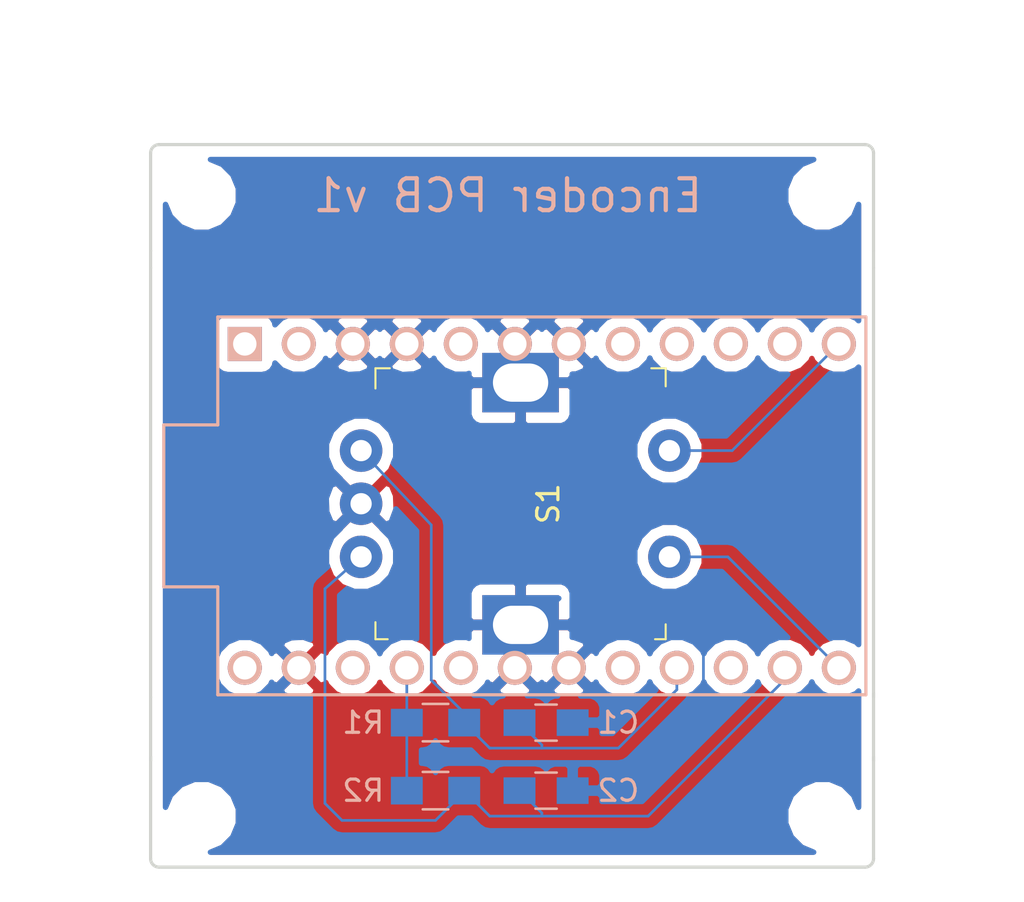
<source format=kicad_pcb>
(kicad_pcb (version 4) (host pcbnew 4.0.7)

  (general
    (links 21)
    (no_connects 0)
    (area 31.915857 22.3 83.75 64.402)
    (thickness 1.6)
    (drawings 19)
    (tracks 45)
    (zones 0)
    (modules 10)
    (nets 19)
  )

  (page A4)
  (layers
    (0 F.Cu signal)
    (31 B.Cu signal)
    (32 B.Adhes user)
    (33 F.Adhes user)
    (34 B.Paste user)
    (35 F.Paste user)
    (36 B.SilkS user)
    (37 F.SilkS user)
    (38 B.Mask user)
    (39 F.Mask user)
    (40 Dwgs.User user)
    (41 Cmts.User user)
    (42 Eco1.User user)
    (43 Eco2.User user)
    (44 Edge.Cuts user)
    (45 Margin user)
    (46 B.CrtYd user)
    (47 F.CrtYd user)
    (48 B.Fab user)
    (49 F.Fab user)
  )

  (setup
    (last_trace_width 0.127)
    (trace_clearance 0.127)
    (zone_clearance 0.5)
    (zone_45_only no)
    (trace_min 0.127)
    (segment_width 0.2)
    (edge_width 0.15)
    (via_size 0.45)
    (via_drill 0.2)
    (via_min_size 0.45)
    (via_min_drill 0.2)
    (uvia_size 0.3)
    (uvia_drill 0.1)
    (uvias_allowed no)
    (uvia_min_size 0.2)
    (uvia_min_drill 0.1)
    (pcb_text_width 0.3)
    (pcb_text_size 1.5 1.5)
    (mod_edge_width 0.15)
    (mod_text_size 1 1)
    (mod_text_width 0.15)
    (pad_size 1.524 1.524)
    (pad_drill 0.762)
    (pad_to_mask_clearance 0.2)
    (aux_axis_origin 0 0)
    (grid_origin 39 28.6)
    (visible_elements FFFFFF7F)
    (pcbplotparams
      (layerselection 0x010fc_80000001)
      (usegerberextensions true)
      (excludeedgelayer true)
      (linewidth 0.100000)
      (plotframeref false)
      (viasonmask false)
      (mode 1)
      (useauxorigin false)
      (hpglpennumber 1)
      (hpglpenspeed 20)
      (hpglpendiameter 15)
      (hpglpenoverlay 2)
      (psnegative false)
      (psa4output false)
      (plotreference true)
      (plotvalue true)
      (plotinvisibletext false)
      (padsonsilk false)
      (subtractmaskfromsilk false)
      (outputformat 1)
      (mirror false)
      (drillshape 0)
      (scaleselection 1)
      (outputdirectory output/))
  )

  (net 0 "")
  (net 1 GND)
  (net 2 /B5)
  (net 3 /B6)
  (net 4 /A)
  (net 5 /B)
  (net 6 "Net-(U1-Pad1)")
  (net 7 "Net-(U1-Pad2)")
  (net 8 "Net-(U1-Pad5)")
  (net 9 "Net-(U1-Pad8)")
  (net 10 "Net-(U1-Pad9)")
  (net 11 "Net-(U1-Pad10)")
  (net 12 "Net-(U1-Pad11)")
  (net 13 "Net-(U1-Pad15)")
  (net 14 "Net-(U1-Pad17)")
  (net 15 "Net-(U1-Pad20)")
  (net 16 VCC)
  (net 17 "Net-(U1-Pad22)")
  (net 18 "Net-(U1-Pad24)")

  (net_class Default "This is the default net class."
    (clearance 0.127)
    (trace_width 0.127)
    (via_dia 0.45)
    (via_drill 0.2)
    (uvia_dia 0.3)
    (uvia_drill 0.1)
    (add_net /A)
    (add_net /B)
    (add_net /B5)
    (add_net /B6)
    (add_net GND)
    (add_net "Net-(U1-Pad1)")
    (add_net "Net-(U1-Pad10)")
    (add_net "Net-(U1-Pad11)")
    (add_net "Net-(U1-Pad15)")
    (add_net "Net-(U1-Pad17)")
    (add_net "Net-(U1-Pad2)")
    (add_net "Net-(U1-Pad20)")
    (add_net "Net-(U1-Pad22)")
    (add_net "Net-(U1-Pad24)")
    (add_net "Net-(U1-Pad5)")
    (add_net "Net-(U1-Pad8)")
    (add_net "Net-(U1-Pad9)")
    (add_net VCC)
  )

  (module digikey-footprints:Rotary_Encoder_Switched_PEC11R (layer F.Cu) (tedit 5B26C0BC) (tstamp 5B26C12D)
    (at 56.4 39.8 270)
    (path /5B26C05C)
    (fp_text reference S1 (at 5.7 -1.3 270) (layer F.SilkS)
      (effects (font (size 1 1) (thickness 0.15)))
    )
    (fp_text value PEC11R-4215F-S0024 (at 5.9 -3.3 270) (layer F.Fab)
      (effects (font (size 1 1) (thickness 0.15)))
    )
    (fp_text user %R (at 5.65 0.125 270) (layer F.Fab)
      (effects (font (size 1 1) (thickness 0.15)))
    )
    (fp_line (start -1.65 8.75) (end -1.65 -8.25) (layer F.CrtYd) (width 0.05))
    (fp_line (start 13.05 8.75) (end -1.65 8.75) (layer F.CrtYd) (width 0.05))
    (fp_line (start 13.05 -8.25) (end 13.05 8.75) (layer F.CrtYd) (width 0.05))
    (fp_line (start -1.65 -8.25) (end 13.05 -8.25) (layer F.CrtYd) (width 0.05))
    (fp_line (start 0.275 6.825) (end -0.675 6.825) (layer F.SilkS) (width 0.1))
    (fp_line (start -0.675 6.825) (end -0.675 6.15) (layer F.SilkS) (width 0.1))
    (fp_line (start 0.175 -6.825) (end -0.675 -6.825) (layer F.SilkS) (width 0.1))
    (fp_line (start -0.675 -6.825) (end -0.675 -6.15) (layer F.SilkS) (width 0.1))
    (fp_line (start 12.075 6.25) (end 12.075 6.825) (layer F.SilkS) (width 0.1))
    (fp_line (start 12.075 6.825) (end 11.275 6.825) (layer F.SilkS) (width 0.1))
    (fp_line (start 11.375 -6.825) (end 12.075 -6.825) (layer F.SilkS) (width 0.1))
    (fp_line (start 12.075 -6.825) (end 12.075 -6.325) (layer F.SilkS) (width 0.1))
    (fp_line (start -0.55 -6.7) (end 11.95 -6.7) (layer F.Fab) (width 0.1))
    (fp_line (start -0.55 6.7) (end 11.95 6.7) (layer F.Fab) (width 0.1))
    (fp_line (start -0.55 -6.7) (end -0.55 6.7) (layer F.Fab) (width 0.1))
    (fp_line (start 11.95 -6.7) (end 11.95 6.7) (layer F.Fab) (width 0.1))
    (pad 3 thru_hole rect (at 0 0 270) (size 2.8 3.6) (drill oval 1.8 2.6) (layers *.Cu *.Mask)
      (net 1 GND))
    (pad 3 thru_hole rect (at 11.4 0 270) (size 2.8 3.6) (drill oval 1.8 2.6) (layers *.Cu *.Mask)
      (net 1 GND))
    (pad 1 thru_hole circle (at 3.2 -7 270) (size 2 2) (drill 1) (layers *.Cu *.Mask)
      (net 2 /B5))
    (pad 2 thru_hole circle (at 8.2 -7 270) (size 2 2) (drill 1) (layers *.Cu *.Mask)
      (net 3 /B6))
    (pad A thru_hole circle (at 3.2 7.5 270) (size 2 2) (drill 1) (layers *.Cu *.Mask)
      (net 4 /A))
    (pad C thru_hole circle (at 5.7 7.5 270) (size 2 2) (drill 1) (layers *.Cu *.Mask)
      (net 1 GND))
    (pad B thru_hole circle (at 8.2 7.5 270) (size 2 2) (drill 1) (layers *.Cu *.Mask)
      (net 5 /B))
  )

  (module Mounting_Holes:MountingHole_2.2mm_M2 (layer F.Cu) (tedit 5B2ECDBB) (tstamp 5B26CC3C)
    (at 70.6 60.2)
    (descr "Mounting Hole 2.2mm, no annular, M2")
    (tags "mounting hole 2.2mm no annular m2")
    (attr virtual)
    (fp_text reference "" (at 0 -3.2) (layer F.SilkS)
      (effects (font (size 1 1) (thickness 0.15)))
    )
    (fp_text value MountingHole_2.2mm_M2 (at 0 3.2) (layer F.Fab)
      (effects (font (size 1 1) (thickness 0.15)))
    )
    (fp_text user %R (at 0.3 0) (layer F.Fab)
      (effects (font (size 1 1) (thickness 0.15)))
    )
    (fp_circle (center 0 0) (end 2.2 0) (layer Cmts.User) (width 0.15))
    (fp_circle (center 0 0) (end 2.45 0) (layer F.CrtYd) (width 0.05))
    (pad 1 np_thru_hole circle (at 0 0) (size 2.2 2.2) (drill 2.2) (layers *.Cu *.Mask))
  )

  (module Mounting_Holes:MountingHole_2.2mm_M2 (layer F.Cu) (tedit 5B2ECDC6) (tstamp 5B26CC34)
    (at 41.4 60.2)
    (descr "Mounting Hole 2.2mm, no annular, M2")
    (tags "mounting hole 2.2mm no annular m2")
    (attr virtual)
    (fp_text reference "" (at 0 -3.2) (layer F.SilkS)
      (effects (font (size 1 1) (thickness 0.15)))
    )
    (fp_text value MountingHole_2.2mm_M2 (at 0 3.2) (layer F.Fab)
      (effects (font (size 1 1) (thickness 0.15)))
    )
    (fp_text user %R (at 0.3 0) (layer F.Fab)
      (effects (font (size 1 1) (thickness 0.15)))
    )
    (fp_circle (center 0 0) (end 2.2 0) (layer Cmts.User) (width 0.15))
    (fp_circle (center 0 0) (end 2.45 0) (layer F.CrtYd) (width 0.05))
    (pad 1 np_thru_hole circle (at 0 0) (size 2.2 2.2) (drill 2.2) (layers *.Cu *.Mask))
  )

  (module Mounting_Holes:MountingHole_2.2mm_M2 (layer F.Cu) (tedit 5B2ECDAD) (tstamp 5B26CC2C)
    (at 70.6 31)
    (descr "Mounting Hole 2.2mm, no annular, M2")
    (tags "mounting hole 2.2mm no annular m2")
    (attr virtual)
    (fp_text reference "" (at 0 -3.2) (layer F.SilkS)
      (effects (font (size 1 1) (thickness 0.15)))
    )
    (fp_text value MountingHole_2.2mm_M2 (at 0 3.2) (layer F.Fab)
      (effects (font (size 1 1) (thickness 0.15)))
    )
    (fp_text user %R (at 0.3 0) (layer F.Fab)
      (effects (font (size 1 1) (thickness 0.15)))
    )
    (fp_circle (center 0 0) (end 2.2 0) (layer Cmts.User) (width 0.15))
    (fp_circle (center 0 0) (end 2.45 0) (layer F.CrtYd) (width 0.05))
    (pad 1 np_thru_hole circle (at 0 0) (size 2.2 2.2) (drill 2.2) (layers *.Cu *.Mask))
  )

  (module Mounting_Holes:MountingHole_2.2mm_M2 (layer F.Cu) (tedit 5B2ECDA1) (tstamp 5B26CC22)
    (at 41.4 31)
    (descr "Mounting Hole 2.2mm, no annular, M2")
    (tags "mounting hole 2.2mm no annular m2")
    (attr virtual)
    (fp_text reference "" (at 0 -3.2) (layer F.SilkS)
      (effects (font (size 1 1) (thickness 0.15)))
    )
    (fp_text value MountingHole_2.2mm_M2 (at 0 3.2) (layer F.Fab)
      (effects (font (size 1 1) (thickness 0.15)))
    )
    (fp_text user %R (at 0.3 0) (layer F.Fab)
      (effects (font (size 1 1) (thickness 0.15)))
    )
    (fp_circle (center 0 0) (end 2.2 0) (layer Cmts.User) (width 0.15))
    (fp_circle (center 0 0) (end 2.45 0) (layer F.CrtYd) (width 0.05))
    (pad 1 np_thru_hole circle (at 0 0) (size 2.2 2.2) (drill 2.2) (layers *.Cu *.Mask))
  )

  (module Capacitors_SMD:C_0805_HandSoldering (layer B.Cu) (tedit 5B2EC50E) (tstamp 5B2F3070)
    (at 57.6 55.8)
    (descr "Capacitor SMD 0805, hand soldering")
    (tags "capacitor 0805")
    (path /5B2EC04F)
    (attr smd)
    (fp_text reference C1 (at 3.4 0) (layer B.SilkS)
      (effects (font (size 1 1) (thickness 0.15)) (justify mirror))
    )
    (fp_text value 0.01u (at 0 -1.2) (layer B.Fab)
      (effects (font (size 1 1) (thickness 0.15)) (justify mirror))
    )
    (fp_text user %R (at 3.4 0) (layer B.Fab)
      (effects (font (size 1 1) (thickness 0.15)) (justify mirror))
    )
    (fp_line (start -1 -0.62) (end -1 0.62) (layer B.Fab) (width 0.1))
    (fp_line (start 1 -0.62) (end -1 -0.62) (layer B.Fab) (width 0.1))
    (fp_line (start 1 0.62) (end 1 -0.62) (layer B.Fab) (width 0.1))
    (fp_line (start -1 0.62) (end 1 0.62) (layer B.Fab) (width 0.1))
    (fp_line (start 0.5 0.85) (end -0.5 0.85) (layer B.SilkS) (width 0.12))
    (fp_line (start -0.5 -0.85) (end 0.5 -0.85) (layer B.SilkS) (width 0.12))
    (fp_line (start -2.25 0.88) (end 2.25 0.88) (layer B.CrtYd) (width 0.05))
    (fp_line (start -2.25 0.88) (end -2.25 -0.87) (layer B.CrtYd) (width 0.05))
    (fp_line (start 2.25 -0.87) (end 2.25 0.88) (layer B.CrtYd) (width 0.05))
    (fp_line (start 2.25 -0.87) (end -2.25 -0.87) (layer B.CrtYd) (width 0.05))
    (pad 1 smd rect (at -1.25 0) (size 1.5 1.25) (layers B.Cu B.Paste B.Mask)
      (net 4 /A))
    (pad 2 smd rect (at 1.25 0) (size 1.5 1.25) (layers B.Cu B.Paste B.Mask)
      (net 1 GND))
    (model Capacitors_SMD.3dshapes/C_0805.wrl
      (at (xyz 0 0 0))
      (scale (xyz 1 1 1))
      (rotate (xyz 0 0 0))
    )
  )

  (module Capacitors_SMD:C_0805_HandSoldering (layer B.Cu) (tedit 5B2EC52C) (tstamp 5B2F3076)
    (at 57.6 59)
    (descr "Capacitor SMD 0805, hand soldering")
    (tags "capacitor 0805")
    (path /5B2EC1C3)
    (attr smd)
    (fp_text reference C2 (at 3.4 0) (layer B.SilkS)
      (effects (font (size 1 1) (thickness 0.15)) (justify mirror))
    )
    (fp_text value 0.01u (at 0 -1.2 180) (layer B.Fab)
      (effects (font (size 1 1) (thickness 0.15)) (justify mirror))
    )
    (fp_text user %R (at 3.4 0) (layer B.Fab)
      (effects (font (size 1 1) (thickness 0.15)) (justify mirror))
    )
    (fp_line (start -1 -0.62) (end -1 0.62) (layer B.Fab) (width 0.1))
    (fp_line (start 1 -0.62) (end -1 -0.62) (layer B.Fab) (width 0.1))
    (fp_line (start 1 0.62) (end 1 -0.62) (layer B.Fab) (width 0.1))
    (fp_line (start -1 0.62) (end 1 0.62) (layer B.Fab) (width 0.1))
    (fp_line (start 0.5 0.85) (end -0.5 0.85) (layer B.SilkS) (width 0.12))
    (fp_line (start -0.5 -0.85) (end 0.5 -0.85) (layer B.SilkS) (width 0.12))
    (fp_line (start -2.25 0.88) (end 2.25 0.88) (layer B.CrtYd) (width 0.05))
    (fp_line (start -2.25 0.88) (end -2.25 -0.87) (layer B.CrtYd) (width 0.05))
    (fp_line (start 2.25 -0.87) (end 2.25 0.88) (layer B.CrtYd) (width 0.05))
    (fp_line (start 2.25 -0.87) (end -2.25 -0.87) (layer B.CrtYd) (width 0.05))
    (pad 1 smd rect (at -1.25 0) (size 1.5 1.25) (layers B.Cu B.Paste B.Mask)
      (net 5 /B))
    (pad 2 smd rect (at 1.25 0) (size 1.5 1.25) (layers B.Cu B.Paste B.Mask)
      (net 1 GND))
    (model Capacitors_SMD.3dshapes/C_0805.wrl
      (at (xyz 0 0 0))
      (scale (xyz 1 1 1))
      (rotate (xyz 0 0 0))
    )
  )

  (module Resistors_SMD:R_0805_HandSoldering (layer B.Cu) (tedit 5B2EC51F) (tstamp 5B2F307C)
    (at 52.4 55.8)
    (descr "Resistor SMD 0805, hand soldering")
    (tags "resistor 0805")
    (path /5B2EC2FE)
    (attr smd)
    (fp_text reference R1 (at -3.4 0) (layer B.SilkS)
      (effects (font (size 1 1) (thickness 0.15)) (justify mirror))
    )
    (fp_text value 10k (at 0 -1.2) (layer B.Fab)
      (effects (font (size 1 1) (thickness 0.15)) (justify mirror))
    )
    (fp_text user %R (at 0 0) (layer B.Fab)
      (effects (font (size 0.5 0.5) (thickness 0.075)) (justify mirror))
    )
    (fp_line (start -1 -0.62) (end -1 0.62) (layer B.Fab) (width 0.1))
    (fp_line (start 1 -0.62) (end -1 -0.62) (layer B.Fab) (width 0.1))
    (fp_line (start 1 0.62) (end 1 -0.62) (layer B.Fab) (width 0.1))
    (fp_line (start -1 0.62) (end 1 0.62) (layer B.Fab) (width 0.1))
    (fp_line (start 0.6 -0.88) (end -0.6 -0.88) (layer B.SilkS) (width 0.12))
    (fp_line (start -0.6 0.88) (end 0.6 0.88) (layer B.SilkS) (width 0.12))
    (fp_line (start -2.35 0.9) (end 2.35 0.9) (layer B.CrtYd) (width 0.05))
    (fp_line (start -2.35 0.9) (end -2.35 -0.9) (layer B.CrtYd) (width 0.05))
    (fp_line (start 2.35 -0.9) (end 2.35 0.9) (layer B.CrtYd) (width 0.05))
    (fp_line (start 2.35 -0.9) (end -2.35 -0.9) (layer B.CrtYd) (width 0.05))
    (pad 1 smd rect (at -1.35 0) (size 1.5 1.3) (layers B.Cu B.Paste B.Mask)
      (net 16 VCC))
    (pad 2 smd rect (at 1.35 0) (size 1.5 1.3) (layers B.Cu B.Paste B.Mask)
      (net 4 /A))
    (model ${KISYS3DMOD}/Resistors_SMD.3dshapes/R_0805.wrl
      (at (xyz 0 0 0))
      (scale (xyz 1 1 1))
      (rotate (xyz 0 0 0))
    )
  )

  (module Resistors_SMD:R_0805_HandSoldering (layer B.Cu) (tedit 5B2EC522) (tstamp 5B2F3082)
    (at 52.4 59)
    (descr "Resistor SMD 0805, hand soldering")
    (tags "resistor 0805")
    (path /5B2EC354)
    (attr smd)
    (fp_text reference R2 (at -3.4 0) (layer B.SilkS)
      (effects (font (size 1 1) (thickness 0.15)) (justify mirror))
    )
    (fp_text value 10k (at 0 -1.2) (layer B.Fab)
      (effects (font (size 1 1) (thickness 0.15)) (justify mirror))
    )
    (fp_text user %R (at 0 0) (layer B.Fab)
      (effects (font (size 0.5 0.5) (thickness 0.075)) (justify mirror))
    )
    (fp_line (start -1 -0.62) (end -1 0.62) (layer B.Fab) (width 0.1))
    (fp_line (start 1 -0.62) (end -1 -0.62) (layer B.Fab) (width 0.1))
    (fp_line (start 1 0.62) (end 1 -0.62) (layer B.Fab) (width 0.1))
    (fp_line (start -1 0.62) (end 1 0.62) (layer B.Fab) (width 0.1))
    (fp_line (start 0.6 -0.88) (end -0.6 -0.88) (layer B.SilkS) (width 0.12))
    (fp_line (start -0.6 0.88) (end 0.6 0.88) (layer B.SilkS) (width 0.12))
    (fp_line (start -2.35 0.9) (end 2.35 0.9) (layer B.CrtYd) (width 0.05))
    (fp_line (start -2.35 0.9) (end -2.35 -0.9) (layer B.CrtYd) (width 0.05))
    (fp_line (start 2.35 -0.9) (end 2.35 0.9) (layer B.CrtYd) (width 0.05))
    (fp_line (start 2.35 -0.9) (end -2.35 -0.9) (layer B.CrtYd) (width 0.05))
    (pad 1 smd rect (at -1.35 0) (size 1.5 1.3) (layers B.Cu B.Paste B.Mask)
      (net 16 VCC))
    (pad 2 smd rect (at 1.35 0) (size 1.5 1.3) (layers B.Cu B.Paste B.Mask)
      (net 5 /B))
    (model ${KISYS3DMOD}/Resistors_SMD.3dshapes/R_0805.wrl
      (at (xyz 0 0 0))
      (scale (xyz 1 1 1))
      (rotate (xyz 0 0 0))
    )
  )

  (module promicro:ProMicro (layer B.Cu) (tedit 5B2ED999) (tstamp 5B26C65D)
    (at 57.4 45.6)
    (descr "Pro Micro footprint")
    (tags "promicro ProMicro")
    (path /5B26BDCD)
    (fp_text reference U1 (at 0 10.16) (layer B.SilkS) hide
      (effects (font (size 1 1) (thickness 0.15)) (justify mirror))
    )
    (fp_text value ProMicro (at -14.4 -0.4 270) (layer B.Fab)
      (effects (font (size 1 1) (thickness 0.15)) (justify mirror))
    )
    (fp_line (start 15.24 8.89) (end 15.24 -8.89) (layer B.SilkS) (width 0.15))
    (fp_line (start 15.24 -8.89) (end -15.24 -8.89) (layer B.SilkS) (width 0.15))
    (fp_line (start -15.24 -8.89) (end -15.24 -3.81) (layer B.SilkS) (width 0.15))
    (fp_line (start -15.24 -3.81) (end -17.78 -3.81) (layer B.SilkS) (width 0.15))
    (fp_line (start -17.78 -3.81) (end -17.78 3.81) (layer B.SilkS) (width 0.15))
    (fp_line (start -17.78 3.81) (end -15.24 3.81) (layer B.SilkS) (width 0.15))
    (fp_line (start -15.24 3.81) (end -15.24 8.89) (layer B.SilkS) (width 0.15))
    (fp_line (start -15.24 8.89) (end 15.24 8.89) (layer B.SilkS) (width 0.15))
    (pad 1 thru_hole rect (at -13.97 -7.62) (size 1.6 1.6) (drill 1.1) (layers *.Cu *.Mask B.SilkS)
      (net 6 "Net-(U1-Pad1)"))
    (pad 2 thru_hole circle (at -11.43 -7.62) (size 1.6 1.6) (drill 1.1) (layers *.Cu *.Mask B.SilkS)
      (net 7 "Net-(U1-Pad2)"))
    (pad 3 thru_hole circle (at -8.89 -7.62) (size 1.6 1.6) (drill 1.1) (layers *.Cu *.Mask B.SilkS)
      (net 1 GND))
    (pad 4 thru_hole circle (at -6.35 -7.62) (size 1.6 1.6) (drill 1.1) (layers *.Cu *.Mask B.SilkS)
      (net 1 GND))
    (pad 5 thru_hole circle (at -3.81 -7.62) (size 1.6 1.6) (drill 1.1) (layers *.Cu *.Mask B.SilkS)
      (net 8 "Net-(U1-Pad5)"))
    (pad 6 thru_hole circle (at -1.27 -7.62) (size 1.6 1.6) (drill 1.1) (layers *.Cu *.Mask B.SilkS)
      (net 1 GND))
    (pad 7 thru_hole circle (at 1.27 -7.62) (size 1.6 1.6) (drill 1.1) (layers *.Cu *.Mask B.SilkS)
      (net 1 GND))
    (pad 8 thru_hole circle (at 3.81 -7.62) (size 1.6 1.6) (drill 1.1) (layers *.Cu *.Mask B.SilkS)
      (net 9 "Net-(U1-Pad8)"))
    (pad 9 thru_hole circle (at 6.35 -7.62) (size 1.6 1.6) (drill 1.1) (layers *.Cu *.Mask B.SilkS)
      (net 10 "Net-(U1-Pad9)"))
    (pad 10 thru_hole circle (at 8.89 -7.62) (size 1.6 1.6) (drill 1.1) (layers *.Cu *.Mask B.SilkS)
      (net 11 "Net-(U1-Pad10)"))
    (pad 11 thru_hole circle (at 11.43 -7.62) (size 1.6 1.6) (drill 1.1) (layers *.Cu *.Mask B.SilkS)
      (net 12 "Net-(U1-Pad11)"))
    (pad 12 thru_hole circle (at 13.97 -7.62) (size 1.6 1.6) (drill 1.1) (layers *.Cu *.Mask B.SilkS)
      (net 2 /B5))
    (pad 13 thru_hole circle (at 13.97 7.62) (size 1.6 1.6) (drill 1.1) (layers *.Cu *.Mask B.SilkS)
      (net 3 /B6))
    (pad 14 thru_hole circle (at 11.43 7.62) (size 1.6 1.6) (drill 1.1) (layers *.Cu *.Mask B.SilkS)
      (net 5 /B))
    (pad 15 thru_hole circle (at 8.89 7.62) (size 1.6 1.6) (drill 1.1) (layers *.Cu *.Mask B.SilkS)
      (net 13 "Net-(U1-Pad15)"))
    (pad 16 thru_hole circle (at 6.35 7.62) (size 1.6 1.6) (drill 1.1) (layers *.Cu *.Mask B.SilkS)
      (net 4 /A))
    (pad 17 thru_hole circle (at 3.81 7.62) (size 1.6 1.6) (drill 1.1) (layers *.Cu *.Mask B.SilkS)
      (net 14 "Net-(U1-Pad17)"))
    (pad 18 thru_hole circle (at 1.27 7.62) (size 1.6 1.6) (drill 1.1) (layers *.Cu *.Mask B.SilkS)
      (net 1 GND))
    (pad 19 thru_hole circle (at -1.27 7.62) (size 1.6 1.6) (drill 1.1) (layers *.Cu *.Mask B.SilkS)
      (net 1 GND))
    (pad 20 thru_hole circle (at -3.81 7.62) (size 1.6 1.6) (drill 1.1) (layers *.Cu *.Mask B.SilkS)
      (net 15 "Net-(U1-Pad20)"))
    (pad 21 thru_hole circle (at -6.35 7.62) (size 1.6 1.6) (drill 1.1) (layers *.Cu *.Mask B.SilkS)
      (net 16 VCC))
    (pad 22 thru_hole circle (at -8.89 7.62) (size 1.6 1.6) (drill 1.1) (layers *.Cu *.Mask B.SilkS)
      (net 17 "Net-(U1-Pad22)"))
    (pad 23 thru_hole circle (at -11.43 7.62) (size 1.6 1.6) (drill 1.1) (layers *.Cu *.Mask B.SilkS)
      (net 1 GND))
    (pad 24 thru_hole circle (at -13.97 7.62) (size 1.6 1.6) (drill 1.1) (layers *.Cu *.Mask B.SilkS)
      (net 18 "Net-(U1-Pad24)"))
  )

  (gr_line (start 39 29) (end 39 33.6) (angle 90) (layer Edge.Cuts) (width 0.15))
  (gr_line (start 73 29) (end 73 33.6) (angle 90) (layer Edge.Cuts) (width 0.15))
  (gr_line (start 39 57.4) (end 39 62.2) (angle 90) (layer Edge.Cuts) (width 0.15))
  (gr_line (start 73 57.4) (end 73 62.2) (angle 90) (layer Edge.Cuts) (width 0.15))
  (dimension 34 (width 0.3) (layer Dwgs.User)
    (gr_text "34.000 mm" (at 77.25 45.6 270) (layer Dwgs.User)
      (effects (font (size 1.5 1.5) (thickness 0.3)))
    )
    (feature1 (pts (xy 73.3 62.6) (xy 78.6 62.6)))
    (feature2 (pts (xy 73.3 28.6) (xy 78.6 28.6)))
    (crossbar (pts (xy 75.9 28.6) (xy 75.9 62.6)))
    (arrow1a (pts (xy 75.9 62.6) (xy 75.313579 61.473496)))
    (arrow1b (pts (xy 75.9 62.6) (xy 76.486421 61.473496)))
    (arrow2a (pts (xy 75.9 28.6) (xy 75.313579 29.726504)))
    (arrow2b (pts (xy 75.9 28.6) (xy 76.486421 29.726504)))
  )
  (dimension 34 (width 0.3) (layer Dwgs.User)
    (gr_text "34.000 mm" (at 56 23.65) (layer Dwgs.User)
      (effects (font (size 1.5 1.5) (thickness 0.3)))
    )
    (feature1 (pts (xy 73 28.2) (xy 73 22.3)))
    (feature2 (pts (xy 39 28.2) (xy 39 22.3)))
    (crossbar (pts (xy 39 25) (xy 73 25)))
    (arrow1a (pts (xy 73 25) (xy 71.873496 25.586421)))
    (arrow1b (pts (xy 73 25) (xy 71.873496 24.413579)))
    (arrow2a (pts (xy 39 25) (xy 40.126504 25.586421)))
    (arrow2b (pts (xy 39 25) (xy 40.126504 24.413579)))
  )
  (gr_line (start 73 54.4) (end 73 57.6) (angle 90) (layer Edge.Cuts) (width 0.15))
  (gr_line (start 39.4 62.6) (end 72.6 62.6) (angle 90) (layer Edge.Cuts) (width 0.15))
  (gr_line (start 39 54.6) (end 39 57.6) (angle 90) (layer Edge.Cuts) (width 0.15))
  (gr_line (start 39 34.4) (end 39 33.6) (angle 90) (layer Edge.Cuts) (width 0.15))
  (gr_line (start 73 33.6) (end 73 34.4) (angle 90) (layer Edge.Cuts) (width 0.15))
  (gr_line (start 39 54.6) (end 39 34.4) (angle 90) (layer Edge.Cuts) (width 0.15))
  (gr_line (start 73 34.4) (end 73 54.6) (angle 90) (layer Edge.Cuts) (width 0.15))
  (gr_line (start 39.4 28.6) (end 72.6 28.6) (angle 90) (layer Edge.Cuts) (width 0.15))
  (gr_arc (start 39.4 29) (end 39 29) (angle 90) (layer Edge.Cuts) (width 0.15))
  (gr_arc (start 39.4 62.2) (end 39.4 62.6) (angle 90) (layer Edge.Cuts) (width 0.15))
  (gr_arc (start 72.6 62.2) (end 73 62.2) (angle 90) (layer Edge.Cuts) (width 0.15))
  (gr_arc (start 72.6 29) (end 72.6 28.6) (angle 90) (layer Edge.Cuts) (width 0.15))
  (gr_text "Encoder PCB v1" (at 55.8 31) (layer B.SilkS)
    (effects (font (size 1.5 1.5) (thickness 0.2)) (justify mirror))
  )

  (segment (start 58.85 59) (end 60.2 59) (width 0.127) (layer B.Cu) (net 1))
  (segment (start 64.6 51.2) (end 56.4 51.2) (width 0.127) (layer B.Cu) (net 1) (tstamp 5B2F3283))
  (segment (start 65 51.6) (end 64.6 51.2) (width 0.127) (layer B.Cu) (net 1) (tstamp 5B2F3282))
  (segment (start 65 54.2) (end 65 51.6) (width 0.127) (layer B.Cu) (net 1) (tstamp 5B2F3280))
  (segment (start 60.2 59) (end 65 54.2) (width 0.127) (layer B.Cu) (net 1) (tstamp 5B2F327E))
  (segment (start 56.13 37.98) (end 56.13 39.53) (width 0.127) (layer B.Cu) (net 1))
  (segment (start 56.13 39.53) (end 56.4 39.8) (width 0.127) (layer B.Cu) (net 1) (tstamp 5B2F327A))
  (segment (start 57 51) (end 58 52) (width 0.25) (layer B.Cu) (net 1) (tstamp 5B26C6C3) (status 30))
  (segment (start 58.2 49.95) (end 57 51) (width 0.25) (layer B.Cu) (net 1) (tstamp 5B26C6C1) (status 30))
  (segment (start 56.25 52) (end 56.5 52) (width 0.25) (layer F.Cu) (net 1) (tstamp 5B26C6CF) (status 30))
  (segment (start 56.25 51.5) (end 56.25 52) (width 0.25) (layer F.Cu) (net 1) (tstamp 5B26C6CE) (status 30))
  (via (at 56.25 51.5) (size 0.6) (drill 0.4) (layers F.Cu B.Cu) (net 1) (status 30))
  (segment (start 56.25 50.75) (end 56.25 51.5) (width 0.25) (layer B.Cu) (net 1) (tstamp 5B26C6CC) (status 30))
  (segment (start 63.4 43) (end 66.35 43) (width 0.127) (layer B.Cu) (net 2) (status 10))
  (segment (start 66.35 43) (end 71.37 37.98) (width 0.127) (layer B.Cu) (net 2) (tstamp 5B2F3200))
  (segment (start 63.4 48) (end 66.15 48) (width 0.127) (layer B.Cu) (net 3) (status 10))
  (segment (start 66.15 48) (end 71.37 53.22) (width 0.127) (layer B.Cu) (net 3) (tstamp 5B2F3204))
  (segment (start 63.4 48) (end 63.4 47.4) (width 0.25) (layer F.Cu) (net 3) (status 30))
  (segment (start 53.75 55.8) (end 53.75 55.35) (width 0.127) (layer B.Cu) (net 4))
  (segment (start 53.75 55.35) (end 52.2 53.8) (width 0.127) (layer B.Cu) (net 4) (tstamp 5B2F3227))
  (segment (start 52.2 46.5) (end 48.9 43) (width 0.127) (layer B.Cu) (net 4) (tstamp 5B2F322A) (status 20))
  (segment (start 52.2 53.8) (end 52.2 46.5) (width 0.127) (layer B.Cu) (net 4) (tstamp 5B2F3228))
  (segment (start 57.4 57) (end 57.4 56.85) (width 0.127) (layer B.Cu) (net 4))
  (segment (start 57.4 56.85) (end 56.35 55.8) (width 0.127) (layer B.Cu) (net 4) (tstamp 5B2F3220))
  (segment (start 55 57) (end 54.95 57) (width 0.127) (layer B.Cu) (net 4))
  (segment (start 63.75 54.25) (end 61 57) (width 0.127) (layer B.Cu) (net 4) (tstamp 5B2F3215))
  (segment (start 61 57) (end 57.4 57) (width 0.127) (layer B.Cu) (net 4) (tstamp 5B2F3217))
  (segment (start 57.4 57) (end 55 57) (width 0.127) (layer B.Cu) (net 4) (tstamp 5B2F321E))
  (segment (start 63.75 53.22) (end 63.75 54.25) (width 0.127) (layer B.Cu) (net 4))
  (segment (start 54.95 57) (end 53.75 55.8) (width 0.127) (layer B.Cu) (net 4) (tstamp 5B2F321B))
  (segment (start 53.75 59) (end 53.75 59.05) (width 0.127) (layer B.Cu) (net 5))
  (segment (start 53.75 59.05) (end 52.4 60.4) (width 0.127) (layer B.Cu) (net 5) (tstamp 5B2F322E))
  (segment (start 47.2 49.5) (end 48.9 48) (width 0.127) (layer B.Cu) (net 5) (tstamp 5B2F3235) (status 20))
  (segment (start 47.2 59.6) (end 47.2 49.5) (width 0.127) (layer B.Cu) (net 5) (tstamp 5B2F3233))
  (segment (start 48 60.4) (end 47.2 59.6) (width 0.127) (layer B.Cu) (net 5) (tstamp 5B2F3231))
  (segment (start 52.4 60.4) (end 48 60.4) (width 0.127) (layer B.Cu) (net 5) (tstamp 5B2F322F))
  (segment (start 57.4 60.2) (end 57.4 60.05) (width 0.127) (layer B.Cu) (net 5))
  (segment (start 57.4 60.05) (end 56.35 59) (width 0.127) (layer B.Cu) (net 5) (tstamp 5B2F3212))
  (segment (start 68.83 53.22) (end 68.83 53.77) (width 0.127) (layer B.Cu) (net 5))
  (segment (start 68.83 53.77) (end 62.4 60.2) (width 0.127) (layer B.Cu) (net 5) (tstamp 5B2F3208))
  (segment (start 62.4 60.2) (end 57.4 60.2) (width 0.127) (layer B.Cu) (net 5) (tstamp 5B2F320A))
  (segment (start 57.4 60.2) (end 54.95 60.2) (width 0.127) (layer B.Cu) (net 5) (tstamp 5B2F3210))
  (segment (start 54.95 60.2) (end 53.75 59) (width 0.127) (layer B.Cu) (net 5) (tstamp 5B2F320C))
  (segment (start 51.05 59) (end 51.05 55.8) (width 0.127) (layer B.Cu) (net 16))
  (segment (start 51.05 55.8) (end 51.05 53.22) (width 0.127) (layer B.Cu) (net 16) (tstamp 5B2F3223))

  (zone (net 1) (net_name GND) (layer F.Cu) (tstamp 5B26C712) (hatch edge 0.508)
    (connect_pads (clearance 0.508))
    (min_thickness 0.254)
    (fill yes (arc_segments 16) (thermal_gap 0.508) (thermal_bridge_width 0.508))
    (polygon
      (pts
        (xy 73 62.6) (xy 39 62.6) (xy 39 28.6) (xy 73 28.6)
      )
    )
    (filled_polygon
      (pts
        (xy 69.618485 29.528281) (xy 69.129996 30.015918) (xy 68.865301 30.653373) (xy 68.864699 31.343599) (xy 69.128281 31.981515)
        (xy 69.615918 32.470004) (xy 70.253373 32.734699) (xy 70.943599 32.735301) (xy 71.581515 32.471719) (xy 72.070004 31.984082)
        (xy 72.29 31.454274) (xy 72.29 36.870438) (xy 72.183923 36.764176) (xy 71.656691 36.54525) (xy 71.085813 36.544752)
        (xy 70.5582 36.762757) (xy 70.154176 37.166077) (xy 70.100138 37.296215) (xy 70.047243 37.1682) (xy 69.643923 36.764176)
        (xy 69.116691 36.54525) (xy 68.545813 36.544752) (xy 68.0182 36.762757) (xy 67.614176 37.166077) (xy 67.560138 37.296215)
        (xy 67.507243 37.1682) (xy 67.103923 36.764176) (xy 66.576691 36.54525) (xy 66.005813 36.544752) (xy 65.4782 36.762757)
        (xy 65.074176 37.166077) (xy 65.020138 37.296215) (xy 64.967243 37.1682) (xy 64.563923 36.764176) (xy 64.036691 36.54525)
        (xy 63.465813 36.544752) (xy 62.9382 36.762757) (xy 62.534176 37.166077) (xy 62.480138 37.296215) (xy 62.427243 37.1682)
        (xy 62.023923 36.764176) (xy 61.496691 36.54525) (xy 60.925813 36.544752) (xy 60.3982 36.762757) (xy 59.994176 37.166077)
        (xy 59.946552 37.280768) (xy 59.923864 37.225995) (xy 59.677745 37.151861) (xy 58.849605 37.98) (xy 59.677745 38.808139)
        (xy 59.923864 38.734005) (xy 59.944805 38.675746) (xy 59.992757 38.7918) (xy 60.396077 39.195824) (xy 60.923309 39.41475)
        (xy 61.494187 39.415248) (xy 62.0218 39.197243) (xy 62.425824 38.793923) (xy 62.479862 38.663785) (xy 62.532757 38.7918)
        (xy 62.936077 39.195824) (xy 63.463309 39.41475) (xy 64.034187 39.415248) (xy 64.5618 39.197243) (xy 64.965824 38.793923)
        (xy 65.019862 38.663785) (xy 65.072757 38.7918) (xy 65.476077 39.195824) (xy 66.003309 39.41475) (xy 66.574187 39.415248)
        (xy 67.1018 39.197243) (xy 67.505824 38.793923) (xy 67.559862 38.663785) (xy 67.612757 38.7918) (xy 68.016077 39.195824)
        (xy 68.543309 39.41475) (xy 69.114187 39.415248) (xy 69.6418 39.197243) (xy 70.045824 38.793923) (xy 70.099862 38.663785)
        (xy 70.152757 38.7918) (xy 70.556077 39.195824) (xy 71.083309 39.41475) (xy 71.654187 39.415248) (xy 72.1818 39.197243)
        (xy 72.29 39.089232) (xy 72.29 52.110438) (xy 72.183923 52.004176) (xy 71.656691 51.78525) (xy 71.085813 51.784752)
        (xy 70.5582 52.002757) (xy 70.154176 52.406077) (xy 70.100138 52.536215) (xy 70.047243 52.4082) (xy 69.643923 52.004176)
        (xy 69.116691 51.78525) (xy 68.545813 51.784752) (xy 68.0182 52.002757) (xy 67.614176 52.406077) (xy 67.560138 52.536215)
        (xy 67.507243 52.4082) (xy 67.103923 52.004176) (xy 66.576691 51.78525) (xy 66.005813 51.784752) (xy 65.4782 52.002757)
        (xy 65.074176 52.406077) (xy 65.020138 52.536215) (xy 64.967243 52.4082) (xy 64.563923 52.004176) (xy 64.036691 51.78525)
        (xy 63.465813 51.784752) (xy 62.9382 52.002757) (xy 62.534176 52.406077) (xy 62.480138 52.536215) (xy 62.427243 52.4082)
        (xy 62.023923 52.004176) (xy 61.496691 51.78525) (xy 60.925813 51.784752) (xy 60.3982 52.002757) (xy 59.994176 52.406077)
        (xy 59.946552 52.520768) (xy 59.923864 52.465995) (xy 59.677745 52.391861) (xy 58.849605 53.22) (xy 59.677745 54.048139)
        (xy 59.923864 53.974005) (xy 59.944805 53.915746) (xy 59.992757 54.0318) (xy 60.396077 54.435824) (xy 60.923309 54.65475)
        (xy 61.494187 54.655248) (xy 62.0218 54.437243) (xy 62.425824 54.033923) (xy 62.479862 53.903785) (xy 62.532757 54.0318)
        (xy 62.936077 54.435824) (xy 63.463309 54.65475) (xy 64.034187 54.655248) (xy 64.5618 54.437243) (xy 64.965824 54.033923)
        (xy 65.019862 53.903785) (xy 65.072757 54.0318) (xy 65.476077 54.435824) (xy 66.003309 54.65475) (xy 66.574187 54.655248)
        (xy 67.1018 54.437243) (xy 67.505824 54.033923) (xy 67.559862 53.903785) (xy 67.612757 54.0318) (xy 68.016077 54.435824)
        (xy 68.543309 54.65475) (xy 69.114187 54.655248) (xy 69.6418 54.437243) (xy 70.045824 54.033923) (xy 70.099862 53.903785)
        (xy 70.152757 54.0318) (xy 70.556077 54.435824) (xy 71.083309 54.65475) (xy 71.654187 54.655248) (xy 72.1818 54.437243)
        (xy 72.29 54.329232) (xy 72.29 59.746764) (xy 72.071719 59.218485) (xy 71.584082 58.729996) (xy 70.946627 58.465301)
        (xy 70.256401 58.464699) (xy 69.618485 58.728281) (xy 69.129996 59.215918) (xy 68.865301 59.853373) (xy 68.864699 60.543599)
        (xy 69.128281 61.181515) (xy 69.615918 61.670004) (xy 70.145726 61.89) (xy 41.853236 61.89) (xy 42.381515 61.671719)
        (xy 42.870004 61.184082) (xy 43.134699 60.546627) (xy 43.135301 59.856401) (xy 42.871719 59.218485) (xy 42.384082 58.729996)
        (xy 41.746627 58.465301) (xy 41.056401 58.464699) (xy 40.418485 58.728281) (xy 39.929996 59.215918) (xy 39.71 59.745726)
        (xy 39.71 53.504187) (xy 41.994752 53.504187) (xy 42.212757 54.0318) (xy 42.616077 54.435824) (xy 43.143309 54.65475)
        (xy 43.714187 54.655248) (xy 44.2418 54.437243) (xy 44.451663 54.227745) (xy 45.141861 54.227745) (xy 45.215995 54.473864)
        (xy 45.753223 54.666965) (xy 46.323454 54.639778) (xy 46.724005 54.473864) (xy 46.798139 54.227745) (xy 45.97 53.399605)
        (xy 45.141861 54.227745) (xy 44.451663 54.227745) (xy 44.645824 54.033923) (xy 44.693448 53.919232) (xy 44.716136 53.974005)
        (xy 44.962255 54.048139) (xy 45.790395 53.22) (xy 46.149605 53.22) (xy 46.977745 54.048139) (xy 47.223864 53.974005)
        (xy 47.244805 53.915746) (xy 47.292757 54.0318) (xy 47.696077 54.435824) (xy 48.223309 54.65475) (xy 48.794187 54.655248)
        (xy 49.3218 54.437243) (xy 49.725824 54.033923) (xy 49.779862 53.903785) (xy 49.832757 54.0318) (xy 50.236077 54.435824)
        (xy 50.763309 54.65475) (xy 51.334187 54.655248) (xy 51.8618 54.437243) (xy 52.265824 54.033923) (xy 52.319862 53.903785)
        (xy 52.372757 54.0318) (xy 52.776077 54.435824) (xy 53.303309 54.65475) (xy 53.874187 54.655248) (xy 54.4018 54.437243)
        (xy 54.611663 54.227745) (xy 55.301861 54.227745) (xy 55.375995 54.473864) (xy 55.913223 54.666965) (xy 56.483454 54.639778)
        (xy 56.884005 54.473864) (xy 56.958139 54.227745) (xy 57.841861 54.227745) (xy 57.915995 54.473864) (xy 58.453223 54.666965)
        (xy 59.023454 54.639778) (xy 59.424005 54.473864) (xy 59.498139 54.227745) (xy 58.67 53.399605) (xy 57.841861 54.227745)
        (xy 56.958139 54.227745) (xy 56.13 53.399605) (xy 55.301861 54.227745) (xy 54.611663 54.227745) (xy 54.805824 54.033923)
        (xy 54.853448 53.919232) (xy 54.876136 53.974005) (xy 55.122255 54.048139) (xy 55.935395 53.235) (xy 56.11425 53.235)
        (xy 56.23357 53.11568) (xy 56.272998 53.155108) (xy 56.272998 53.235) (xy 56.324605 53.235) (xy 57.137745 54.048139)
        (xy 57.383864 53.974005) (xy 57.398858 53.932291) (xy 57.416136 53.974005) (xy 57.662255 54.048139) (xy 58.490395 53.22)
        (xy 58.476253 53.205858) (xy 58.532529 53.149581) (xy 58.559699 53.138327) (xy 58.663815 53.03421) (xy 58.67 53.040395)
        (xy 59.498139 52.212255) (xy 59.424005 51.966136) (xy 58.886777 51.773035) (xy 58.835 51.775504) (xy 58.835 51.48575)
        (xy 58.67625 51.327) (xy 56.527 51.327) (xy 56.527 51.347) (xy 56.273 51.347) (xy 56.273 51.327)
        (xy 54.12375 51.327) (xy 53.965 51.48575) (xy 53.965 51.821919) (xy 53.876691 51.78525) (xy 53.305813 51.784752)
        (xy 52.7782 52.002757) (xy 52.374176 52.406077) (xy 52.320138 52.536215) (xy 52.267243 52.4082) (xy 51.863923 52.004176)
        (xy 51.336691 51.78525) (xy 50.765813 51.784752) (xy 50.2382 52.002757) (xy 49.834176 52.406077) (xy 49.780138 52.536215)
        (xy 49.727243 52.4082) (xy 49.323923 52.004176) (xy 48.796691 51.78525) (xy 48.225813 51.784752) (xy 47.6982 52.002757)
        (xy 47.294176 52.406077) (xy 47.246552 52.520768) (xy 47.223864 52.465995) (xy 46.977745 52.391861) (xy 46.149605 53.22)
        (xy 45.790395 53.22) (xy 44.962255 52.391861) (xy 44.716136 52.465995) (xy 44.695195 52.524254) (xy 44.647243 52.4082)
        (xy 44.45164 52.212255) (xy 45.141861 52.212255) (xy 45.97 53.040395) (xy 46.798139 52.212255) (xy 46.724005 51.966136)
        (xy 46.186777 51.773035) (xy 45.616546 51.800222) (xy 45.215995 51.966136) (xy 45.141861 52.212255) (xy 44.45164 52.212255)
        (xy 44.243923 52.004176) (xy 43.716691 51.78525) (xy 43.145813 51.784752) (xy 42.6182 52.002757) (xy 42.214176 52.406077)
        (xy 41.99525 52.933309) (xy 41.994752 53.504187) (xy 39.71 53.504187) (xy 39.71 49.673691) (xy 53.965 49.673691)
        (xy 53.965 50.91425) (xy 54.12375 51.073) (xy 56.273 51.073) (xy 56.273 49.32375) (xy 56.527 49.32375)
        (xy 56.527 51.073) (xy 58.67625 51.073) (xy 58.835 50.91425) (xy 58.835 49.673691) (xy 58.738327 49.440302)
        (xy 58.559699 49.261673) (xy 58.32631 49.165) (xy 56.68575 49.165) (xy 56.527 49.32375) (xy 56.273 49.32375)
        (xy 56.11425 49.165) (xy 54.47369 49.165) (xy 54.240301 49.261673) (xy 54.061673 49.440302) (xy 53.965 49.673691)
        (xy 39.71 49.673691) (xy 39.71 48.323795) (xy 47.264716 48.323795) (xy 47.513106 48.924943) (xy 47.972637 49.385278)
        (xy 48.573352 49.634716) (xy 49.223795 49.635284) (xy 49.824943 49.386894) (xy 50.285278 48.927363) (xy 50.534716 48.326648)
        (xy 50.534718 48.323795) (xy 61.764716 48.323795) (xy 62.013106 48.924943) (xy 62.472637 49.385278) (xy 63.073352 49.634716)
        (xy 63.723795 49.635284) (xy 64.324943 49.386894) (xy 64.785278 48.927363) (xy 65.034716 48.326648) (xy 65.035284 47.676205)
        (xy 64.786894 47.075057) (xy 64.327363 46.614722) (xy 63.726648 46.365284) (xy 63.076205 46.364716) (xy 62.475057 46.613106)
        (xy 62.014722 47.072637) (xy 61.765284 47.673352) (xy 61.764716 48.323795) (xy 50.534718 48.323795) (xy 50.535284 47.676205)
        (xy 50.286894 47.075057) (xy 49.870813 46.658248) (xy 49.872927 46.652532) (xy 48.9 45.679605) (xy 47.927073 46.652532)
        (xy 47.929361 46.658722) (xy 47.514722 47.072637) (xy 47.265284 47.673352) (xy 47.264716 48.323795) (xy 39.71 48.323795)
        (xy 39.71 45.235461) (xy 47.254092 45.235461) (xy 47.278144 45.88546) (xy 47.480613 46.374264) (xy 47.747468 46.472927)
        (xy 48.720395 45.5) (xy 49.079605 45.5) (xy 50.052532 46.472927) (xy 50.319387 46.374264) (xy 50.545908 45.764539)
        (xy 50.521856 45.11454) (xy 50.319387 44.625736) (xy 50.052532 44.527073) (xy 49.079605 45.5) (xy 48.720395 45.5)
        (xy 47.747468 44.527073) (xy 47.480613 44.625736) (xy 47.254092 45.235461) (xy 39.71 45.235461) (xy 39.71 43.323795)
        (xy 47.264716 43.323795) (xy 47.513106 43.924943) (xy 47.929187 44.341752) (xy 47.927073 44.347468) (xy 48.9 45.320395)
        (xy 49.872927 44.347468) (xy 49.870639 44.341278) (xy 50.285278 43.927363) (xy 50.534716 43.326648) (xy 50.534718 43.323795)
        (xy 61.764716 43.323795) (xy 62.013106 43.924943) (xy 62.472637 44.385278) (xy 63.073352 44.634716) (xy 63.723795 44.635284)
        (xy 64.324943 44.386894) (xy 64.785278 43.927363) (xy 65.034716 43.326648) (xy 65.035284 42.676205) (xy 64.786894 42.075057)
        (xy 64.327363 41.614722) (xy 63.726648 41.365284) (xy 63.076205 41.364716) (xy 62.475057 41.613106) (xy 62.014722 42.072637)
        (xy 61.765284 42.673352) (xy 61.764716 43.323795) (xy 50.534718 43.323795) (xy 50.535284 42.676205) (xy 50.286894 42.075057)
        (xy 49.827363 41.614722) (xy 49.226648 41.365284) (xy 48.576205 41.364716) (xy 47.975057 41.613106) (xy 47.514722 42.072637)
        (xy 47.265284 42.673352) (xy 47.264716 43.323795) (xy 39.71 43.323795) (xy 39.71 40.08575) (xy 53.965 40.08575)
        (xy 53.965 41.326309) (xy 54.061673 41.559698) (xy 54.240301 41.738327) (xy 54.47369 41.835) (xy 56.11425 41.835)
        (xy 56.273 41.67625) (xy 56.273 39.927) (xy 56.527 39.927) (xy 56.527 41.67625) (xy 56.68575 41.835)
        (xy 58.32631 41.835) (xy 58.559699 41.738327) (xy 58.738327 41.559698) (xy 58.835 41.326309) (xy 58.835 40.08575)
        (xy 58.67625 39.927) (xy 56.527 39.927) (xy 56.273 39.927) (xy 54.12375 39.927) (xy 53.965 40.08575)
        (xy 39.71 40.08575) (xy 39.71 37.18) (xy 41.98256 37.18) (xy 41.98256 38.78) (xy 42.026838 39.015317)
        (xy 42.16591 39.231441) (xy 42.37811 39.376431) (xy 42.63 39.42744) (xy 44.23 39.42744) (xy 44.465317 39.383162)
        (xy 44.681441 39.24409) (xy 44.826431 39.03189) (xy 44.854426 38.893646) (xy 45.156077 39.195824) (xy 45.683309 39.41475)
        (xy 46.254187 39.415248) (xy 46.7818 39.197243) (xy 46.991663 38.987745) (xy 47.681861 38.987745) (xy 47.755995 39.233864)
        (xy 48.293223 39.426965) (xy 48.863454 39.399778) (xy 49.264005 39.233864) (xy 49.338139 38.987745) (xy 50.221861 38.987745)
        (xy 50.295995 39.233864) (xy 50.833223 39.426965) (xy 51.403454 39.399778) (xy 51.804005 39.233864) (xy 51.878139 38.987745)
        (xy 51.05 38.159605) (xy 50.221861 38.987745) (xy 49.338139 38.987745) (xy 48.51 38.159605) (xy 47.681861 38.987745)
        (xy 46.991663 38.987745) (xy 47.185824 38.793923) (xy 47.233448 38.679232) (xy 47.256136 38.734005) (xy 47.502255 38.808139)
        (xy 48.330395 37.98) (xy 48.689605 37.98) (xy 49.517745 38.808139) (xy 49.763864 38.734005) (xy 49.778858 38.692291)
        (xy 49.796136 38.734005) (xy 50.042255 38.808139) (xy 50.870395 37.98) (xy 51.229605 37.98) (xy 52.057745 38.808139)
        (xy 52.303864 38.734005) (xy 52.324805 38.675746) (xy 52.372757 38.7918) (xy 52.776077 39.195824) (xy 53.303309 39.41475)
        (xy 53.874187 39.415248) (xy 53.965 39.377725) (xy 53.965 39.51425) (xy 54.12375 39.673) (xy 56.273 39.673)
        (xy 56.273 39.409812) (xy 56.483454 39.399778) (xy 56.527 39.381741) (xy 56.527 39.673) (xy 58.67625 39.673)
        (xy 58.835 39.51425) (xy 58.835 39.408763) (xy 59.023454 39.399778) (xy 59.424005 39.233864) (xy 59.498139 38.987745)
        (xy 58.835 38.324605) (xy 58.835 38.273691) (xy 58.738327 38.040302) (xy 58.559699 37.861673) (xy 58.32631 37.765)
        (xy 58.275395 37.765) (xy 57.662255 37.151861) (xy 57.416136 37.225995) (xy 57.401142 37.267709) (xy 57.383864 37.225995)
        (xy 57.137745 37.151861) (xy 56.309605 37.98) (xy 56.323748 37.994143) (xy 56.273 38.04489) (xy 56.273 37.92375)
        (xy 56.139822 37.790572) (xy 56.958139 36.972255) (xy 57.841861 36.972255) (xy 58.67 37.800395) (xy 59.498139 36.972255)
        (xy 59.424005 36.726136) (xy 58.886777 36.533035) (xy 58.316546 36.560222) (xy 57.915995 36.726136) (xy 57.841861 36.972255)
        (xy 56.958139 36.972255) (xy 56.884005 36.726136) (xy 56.346777 36.533035) (xy 55.776546 36.560222) (xy 55.375995 36.726136)
        (xy 55.301861 36.972255) (xy 56.094605 37.765) (xy 55.735395 37.765) (xy 55.122255 37.151861) (xy 54.876136 37.225995)
        (xy 54.855195 37.284254) (xy 54.807243 37.1682) (xy 54.403923 36.764176) (xy 53.876691 36.54525) (xy 53.305813 36.544752)
        (xy 52.7782 36.762757) (xy 52.374176 37.166077) (xy 52.326552 37.280768) (xy 52.303864 37.225995) (xy 52.057745 37.151861)
        (xy 51.229605 37.98) (xy 50.870395 37.98) (xy 50.042255 37.151861) (xy 49.796136 37.225995) (xy 49.781142 37.267709)
        (xy 49.763864 37.225995) (xy 49.517745 37.151861) (xy 48.689605 37.98) (xy 48.330395 37.98) (xy 47.502255 37.151861)
        (xy 47.256136 37.225995) (xy 47.235195 37.284254) (xy 47.187243 37.1682) (xy 46.99164 36.972255) (xy 47.681861 36.972255)
        (xy 48.51 37.800395) (xy 49.338139 36.972255) (xy 50.221861 36.972255) (xy 51.05 37.800395) (xy 51.878139 36.972255)
        (xy 51.804005 36.726136) (xy 51.266777 36.533035) (xy 50.696546 36.560222) (xy 50.295995 36.726136) (xy 50.221861 36.972255)
        (xy 49.338139 36.972255) (xy 49.264005 36.726136) (xy 48.726777 36.533035) (xy 48.156546 36.560222) (xy 47.755995 36.726136)
        (xy 47.681861 36.972255) (xy 46.99164 36.972255) (xy 46.783923 36.764176) (xy 46.256691 36.54525) (xy 45.685813 36.544752)
        (xy 45.1582 36.762757) (xy 44.855742 37.064688) (xy 44.833162 36.944683) (xy 44.69409 36.728559) (xy 44.48189 36.583569)
        (xy 44.23 36.53256) (xy 42.63 36.53256) (xy 42.394683 36.576838) (xy 42.178559 36.71591) (xy 42.033569 36.92811)
        (xy 41.98256 37.18) (xy 39.71 37.18) (xy 39.71 31.453236) (xy 39.928281 31.981515) (xy 40.415918 32.470004)
        (xy 41.053373 32.734699) (xy 41.743599 32.735301) (xy 42.381515 32.471719) (xy 42.870004 31.984082) (xy 43.134699 31.346627)
        (xy 43.135301 30.656401) (xy 42.871719 30.018485) (xy 42.384082 29.529996) (xy 41.854274 29.31) (xy 70.146764 29.31)
      )
    )
  )
  (zone (net 1) (net_name GND) (layer B.Cu) (tstamp 5B26C712) (hatch edge 0.508)
    (connect_pads (clearance 0.5))
    (min_thickness 0.254)
    (fill yes (arc_segments 16) (thermal_gap 0.5) (thermal_bridge_width 0.5))
    (polygon
      (pts
        (xy 73 62.6) (xy 39 62.6) (xy 39 28.6) (xy 73 28.6)
      )
    )
    (filled_polygon
      (pts
        (xy 69.623011 29.535067) (xy 69.136774 30.020456) (xy 68.8733 30.654971) (xy 68.872701 31.342014) (xy 69.135067 31.976989)
        (xy 69.620456 32.463226) (xy 70.254971 32.7267) (xy 70.942014 32.727299) (xy 71.576989 32.464933) (xy 72.063226 31.979544)
        (xy 72.298 31.414146) (xy 72.298 36.889774) (xy 72.179386 36.770953) (xy 71.655093 36.553248) (xy 71.087397 36.552752)
        (xy 70.562725 36.769543) (xy 70.160953 37.170614) (xy 70.100119 37.317118) (xy 70.040457 37.172725) (xy 69.639386 36.770953)
        (xy 69.115093 36.553248) (xy 68.547397 36.552752) (xy 68.022725 36.769543) (xy 67.620953 37.170614) (xy 67.560119 37.317118)
        (xy 67.500457 37.172725) (xy 67.099386 36.770953) (xy 66.575093 36.553248) (xy 66.007397 36.552752) (xy 65.482725 36.769543)
        (xy 65.080953 37.170614) (xy 65.020119 37.317118) (xy 64.960457 37.172725) (xy 64.559386 36.770953) (xy 64.035093 36.553248)
        (xy 63.467397 36.552752) (xy 62.942725 36.769543) (xy 62.540953 37.170614) (xy 62.480119 37.317118) (xy 62.420457 37.172725)
        (xy 62.019386 36.770953) (xy 61.495093 36.553248) (xy 60.927397 36.552752) (xy 60.402725 36.769543) (xy 60.000953 37.170614)
        (xy 59.94624 37.302379) (xy 59.915169 37.227368) (xy 59.670816 37.153133) (xy 58.843948 37.98) (xy 59.670816 38.806867)
        (xy 59.915169 38.732632) (xy 59.944027 38.652916) (xy 59.999543 38.787275) (xy 60.400614 39.189047) (xy 60.924907 39.406752)
        (xy 61.492603 39.407248) (xy 62.017275 39.190457) (xy 62.419047 38.789386) (xy 62.479881 38.642882) (xy 62.539543 38.787275)
        (xy 62.940614 39.189047) (xy 63.464907 39.406752) (xy 64.032603 39.407248) (xy 64.557275 39.190457) (xy 64.959047 38.789386)
        (xy 65.019881 38.642882) (xy 65.079543 38.787275) (xy 65.480614 39.189047) (xy 66.004907 39.406752) (xy 66.572603 39.407248)
        (xy 67.097275 39.190457) (xy 67.499047 38.789386) (xy 67.559881 38.642882) (xy 67.619543 38.787275) (xy 68.020614 39.189047)
        (xy 68.544907 39.406752) (xy 68.966366 39.40712) (xy 66.063986 42.3095) (xy 64.875108 42.3095) (xy 64.780108 42.079582)
        (xy 64.322825 41.621501) (xy 63.72505 41.373283) (xy 63.077789 41.372718) (xy 62.479582 41.619892) (xy 62.021501 42.077175)
        (xy 61.773283 42.67495) (xy 61.772718 43.322211) (xy 62.019892 43.920418) (xy 62.477175 44.378499) (xy 63.07495 44.626717)
        (xy 63.722211 44.627282) (xy 64.320418 44.380108) (xy 64.778499 43.922825) (xy 64.874969 43.6905) (xy 66.35 43.6905)
        (xy 66.614243 43.637939) (xy 66.838257 43.488257) (xy 70.968216 39.358298) (xy 71.084907 39.406752) (xy 71.652603 39.407248)
        (xy 72.177275 39.190457) (xy 72.298 39.069943) (xy 72.298 52.129774) (xy 72.179386 52.010953) (xy 71.655093 51.793248)
        (xy 71.087397 51.792752) (xy 70.968425 51.841911) (xy 66.638257 47.511743) (xy 66.414243 47.362061) (xy 66.15 47.3095)
        (xy 64.875108 47.3095) (xy 64.780108 47.079582) (xy 64.322825 46.621501) (xy 63.72505 46.373283) (xy 63.077789 46.372718)
        (xy 62.479582 46.619892) (xy 62.021501 47.077175) (xy 61.773283 47.67495) (xy 61.772718 48.322211) (xy 62.019892 48.920418)
        (xy 62.477175 49.378499) (xy 63.07495 49.626717) (xy 63.722211 49.627282) (xy 64.320418 49.380108) (xy 64.778499 48.922825)
        (xy 64.874969 48.6905) (xy 65.863986 48.6905) (xy 68.966604 51.793118) (xy 68.547397 51.792752) (xy 68.022725 52.009543)
        (xy 67.620953 52.410614) (xy 67.560119 52.557118) (xy 67.500457 52.412725) (xy 67.099386 52.010953) (xy 66.575093 51.793248)
        (xy 66.007397 51.792752) (xy 65.482725 52.009543) (xy 65.080953 52.410614) (xy 65.020119 52.557118) (xy 64.960457 52.412725)
        (xy 64.559386 52.010953) (xy 64.035093 51.793248) (xy 63.467397 51.792752) (xy 62.942725 52.009543) (xy 62.540953 52.410614)
        (xy 62.480119 52.557118) (xy 62.420457 52.412725) (xy 62.019386 52.010953) (xy 61.495093 51.793248) (xy 60.927397 51.792752)
        (xy 60.402725 52.009543) (xy 60.000953 52.410614) (xy 59.94624 52.542379) (xy 59.915169 52.467368) (xy 59.670816 52.393133)
        (xy 58.843948 53.22) (xy 59.670816 54.046867) (xy 59.915169 53.972632) (xy 59.944027 53.892916) (xy 59.999543 54.027275)
        (xy 60.400614 54.429047) (xy 60.924907 54.646752) (xy 61.492603 54.647248) (xy 62.017275 54.430457) (xy 62.419047 54.029386)
        (xy 62.479881 53.882882) (xy 62.539543 54.027275) (xy 62.767678 54.255808) (xy 60.713986 56.3095) (xy 60.227 56.3095)
        (xy 60.227 56.07975) (xy 60.07025 55.923) (xy 58.973 55.923) (xy 58.973 55.943) (xy 58.727 55.943)
        (xy 58.727 55.923) (xy 58.707 55.923) (xy 58.707 55.677) (xy 58.727 55.677) (xy 58.727 55.657)
        (xy 58.973 55.657) (xy 58.973 55.677) (xy 60.07025 55.677) (xy 60.227 55.52025) (xy 60.227 55.050282)
        (xy 60.131545 54.819833) (xy 59.955167 54.643455) (xy 59.724718 54.548) (xy 59.222661 54.548) (xy 59.422632 54.465169)
        (xy 59.496867 54.220816) (xy 58.67 53.393948) (xy 57.843133 54.220816) (xy 57.917368 54.465169) (xy 58.14618 54.548)
        (xy 57.975282 54.548) (xy 57.744833 54.643455) (xy 57.597709 54.790579) (xy 57.558243 54.729247) (xy 57.348717 54.586083)
        (xy 57.1 54.535717) (xy 56.712314 54.535717) (xy 56.882632 54.465169) (xy 56.956867 54.220816) (xy 56.13 53.393948)
        (xy 55.303133 54.220816) (xy 55.377368 54.465169) (xy 55.58174 54.539153) (xy 55.367648 54.579437) (xy 55.154247 54.716757)
        (xy 55.057451 54.858421) (xy 54.958243 54.704247) (xy 54.748717 54.561083) (xy 54.5 54.510717) (xy 54.203032 54.510717)
        (xy 54.397275 54.430457) (xy 54.799047 54.029386) (xy 54.85376 53.897621) (xy 54.884831 53.972632) (xy 55.129184 54.046867)
        (xy 55.949052 53.227) (xy 56.12025 53.227) (xy 56.229742 53.117509) (xy 56.276998 53.164765) (xy 56.276998 53.227)
        (xy 56.310948 53.227) (xy 57.130816 54.046867) (xy 57.375169 53.972632) (xy 57.39833 53.908653) (xy 57.424831 53.972632)
        (xy 57.669184 54.046867) (xy 58.496052 53.22) (xy 58.48191 53.205858) (xy 58.655858 53.03191) (xy 58.67 53.046052)
        (xy 59.496867 52.219184) (xy 59.422632 51.974831) (xy 58.888836 51.781594) (xy 58.827 51.784401) (xy 58.827 51.47975)
        (xy 58.67025 51.323) (xy 56.523 51.323) (xy 56.523 51.343) (xy 56.277 51.343) (xy 56.277 51.323)
        (xy 54.12975 51.323) (xy 53.973 51.47975) (xy 53.973 51.833902) (xy 53.875093 51.793248) (xy 53.307397 51.792752)
        (xy 52.8905 51.965011) (xy 52.8905 49.675282) (xy 53.973 49.675282) (xy 53.973 50.92025) (xy 54.12975 51.077)
        (xy 56.277 51.077) (xy 56.277 49.32975) (xy 56.523 49.32975) (xy 56.523 51.077) (xy 58.67025 51.077)
        (xy 58.827 50.92025) (xy 58.827 49.675282) (xy 58.731545 49.444833) (xy 58.555167 49.268455) (xy 58.324718 49.173)
        (xy 56.67975 49.173) (xy 56.523 49.32975) (xy 56.277 49.32975) (xy 56.12025 49.173) (xy 54.475282 49.173)
        (xy 54.244833 49.268455) (xy 54.068455 49.444833) (xy 53.973 49.675282) (xy 52.8905 49.675282) (xy 52.8905 46.5)
        (xy 52.866158 46.377624) (xy 52.845431 46.254626) (xy 52.839953 46.245881) (xy 52.837939 46.235757) (xy 52.768623 46.132019)
        (xy 52.7024 46.026308) (xy 50.413217 43.598387) (xy 50.526717 43.32505) (xy 50.527282 42.677789) (xy 50.280108 42.079582)
        (xy 49.822825 41.621501) (xy 49.22505 41.373283) (xy 48.577789 41.372718) (xy 47.979582 41.619892) (xy 47.521501 42.077175)
        (xy 47.273283 42.67495) (xy 47.272718 43.322211) (xy 47.519892 43.920418) (xy 47.935109 44.33636) (xy 47.928378 44.35443)
        (xy 48.9 45.326052) (xy 48.914143 45.31191) (xy 49.088091 45.485858) (xy 49.073948 45.5) (xy 50.04557 46.471622)
        (xy 50.310662 46.372869) (xy 50.537314 45.766589) (xy 50.536461 45.742181) (xy 51.5095 46.774193) (xy 51.5095 51.865668)
        (xy 51.335093 51.793248) (xy 50.767397 51.792752) (xy 50.242725 52.009543) (xy 49.840953 52.410614) (xy 49.780119 52.557118)
        (xy 49.720457 52.412725) (xy 49.319386 52.010953) (xy 48.795093 51.793248) (xy 48.227397 51.792752) (xy 47.8905 51.931956)
        (xy 47.8905 49.811601) (xy 48.252011 49.492621) (xy 48.57495 49.626717) (xy 49.222211 49.627282) (xy 49.820418 49.380108)
        (xy 50.278499 48.922825) (xy 50.526717 48.32505) (xy 50.527282 47.677789) (xy 50.280108 47.079582) (xy 49.864891 46.66364)
        (xy 49.871622 46.64557) (xy 48.9 45.673948) (xy 47.928378 46.64557) (xy 47.935285 46.664112) (xy 47.521501 47.077175)
        (xy 47.273283 47.67495) (xy 47.272718 48.322211) (xy 47.331085 48.463471) (xy 46.74315 48.982237) (xy 46.729904 48.999608)
        (xy 46.711743 49.011743) (xy 46.648653 49.106164) (xy 46.579786 49.196478) (xy 46.574196 49.217595) (xy 46.562061 49.235757)
        (xy 46.539905 49.347143) (xy 46.510845 49.456928) (xy 46.513762 49.478575) (xy 46.5095 49.5) (xy 46.5095 51.897676)
        (xy 46.188836 51.781594) (xy 45.621724 51.807341) (xy 45.217368 51.974831) (xy 45.143133 52.219184) (xy 45.97 53.046052)
        (xy 45.984142 53.031909) (xy 46.158091 53.205858) (xy 46.143948 53.22) (xy 46.158091 53.234143) (xy 45.984142 53.408091)
        (xy 45.97 53.393948) (xy 45.143133 54.220816) (xy 45.217368 54.465169) (xy 45.751164 54.658406) (xy 46.318276 54.632659)
        (xy 46.5095 54.553451) (xy 46.5095 59.6) (xy 46.562061 59.864243) (xy 46.711743 60.088257) (xy 47.511743 60.888257)
        (xy 47.735757 61.037939) (xy 48 61.0905) (xy 52.4 61.0905) (xy 52.664243 61.037939) (xy 52.888257 60.888257)
        (xy 53.487231 60.289283) (xy 54.062769 60.289283) (xy 54.461743 60.688257) (xy 54.685757 60.837939) (xy 54.95 60.8905)
        (xy 62.4 60.8905) (xy 62.664243 60.837939) (xy 62.888257 60.688257) (xy 68.929426 54.647088) (xy 69.112603 54.647248)
        (xy 69.637275 54.430457) (xy 70.039047 54.029386) (xy 70.099881 53.882882) (xy 70.159543 54.027275) (xy 70.560614 54.429047)
        (xy 71.084907 54.646752) (xy 71.652603 54.647248) (xy 72.177275 54.430457) (xy 72.298 54.309943) (xy 72.298 59.787077)
        (xy 72.064933 59.223011) (xy 71.579544 58.736774) (xy 70.945029 58.4733) (xy 70.257986 58.472701) (xy 69.623011 58.735067)
        (xy 69.136774 59.220456) (xy 68.8733 59.854971) (xy 68.872701 60.542014) (xy 69.135067 61.176989) (xy 69.620456 61.663226)
        (xy 70.185854 61.898) (xy 41.812923 61.898) (xy 42.376989 61.664933) (xy 42.863226 61.179544) (xy 43.1267 60.545029)
        (xy 43.127299 59.857986) (xy 42.864933 59.223011) (xy 42.379544 58.736774) (xy 41.745029 58.4733) (xy 41.057986 58.472701)
        (xy 40.423011 58.735067) (xy 39.936774 59.220456) (xy 39.702 59.785854) (xy 39.702 53.502603) (xy 42.002752 53.502603)
        (xy 42.219543 54.027275) (xy 42.620614 54.429047) (xy 43.144907 54.646752) (xy 43.712603 54.647248) (xy 44.237275 54.430457)
        (xy 44.639047 54.029386) (xy 44.69376 53.897621) (xy 44.724831 53.972632) (xy 44.969184 54.046867) (xy 45.796052 53.22)
        (xy 44.969184 52.393133) (xy 44.724831 52.467368) (xy 44.695973 52.547084) (xy 44.640457 52.412725) (xy 44.239386 52.010953)
        (xy 43.715093 51.793248) (xy 43.147397 51.792752) (xy 42.622725 52.009543) (xy 42.220953 52.410614) (xy 42.003248 52.934907)
        (xy 42.002752 53.502603) (xy 39.702 53.502603) (xy 39.702 45.233411) (xy 47.262686 45.233411) (xy 47.2853 45.880277)
        (xy 47.489338 46.372869) (xy 47.75443 46.471622) (xy 48.726052 45.5) (xy 47.75443 44.528378) (xy 47.489338 44.627131)
        (xy 47.262686 45.233411) (xy 39.702 45.233411) (xy 39.702 40.07975) (xy 53.973 40.07975) (xy 53.973 41.324718)
        (xy 54.068455 41.555167) (xy 54.244833 41.731545) (xy 54.475282 41.827) (xy 56.12025 41.827) (xy 56.277 41.67025)
        (xy 56.277 39.923) (xy 56.523 39.923) (xy 56.523 41.67025) (xy 56.67975 41.827) (xy 58.324718 41.827)
        (xy 58.555167 41.731545) (xy 58.731545 41.555167) (xy 58.827 41.324718) (xy 58.827 40.07975) (xy 58.67025 39.923)
        (xy 56.523 39.923) (xy 56.277 39.923) (xy 54.12975 39.923) (xy 53.973 40.07975) (xy 39.702 40.07975)
        (xy 39.702 37.18) (xy 41.990717 37.18) (xy 41.990717 38.78) (xy 42.034437 39.012352) (xy 42.171757 39.225753)
        (xy 42.381283 39.368917) (xy 42.63 39.419283) (xy 44.23 39.419283) (xy 44.462352 39.375563) (xy 44.675753 39.238243)
        (xy 44.818917 39.028717) (xy 44.849551 38.87744) (xy 45.160614 39.189047) (xy 45.684907 39.406752) (xy 46.252603 39.407248)
        (xy 46.777275 39.190457) (xy 46.987282 38.980816) (xy 47.683133 38.980816) (xy 47.757368 39.225169) (xy 48.291164 39.418406)
        (xy 48.858276 39.392659) (xy 49.262632 39.225169) (xy 49.336867 38.980816) (xy 50.223133 38.980816) (xy 50.297368 39.225169)
        (xy 50.831164 39.418406) (xy 51.398276 39.392659) (xy 51.802632 39.225169) (xy 51.876867 38.980816) (xy 51.05 38.153948)
        (xy 50.223133 38.980816) (xy 49.336867 38.980816) (xy 48.51 38.153948) (xy 47.683133 38.980816) (xy 46.987282 38.980816)
        (xy 47.179047 38.789386) (xy 47.23376 38.657621) (xy 47.264831 38.732632) (xy 47.509184 38.806867) (xy 48.336052 37.98)
        (xy 48.683948 37.98) (xy 49.510816 38.806867) (xy 49.755169 38.732632) (xy 49.77833 38.668653) (xy 49.804831 38.732632)
        (xy 50.049184 38.806867) (xy 50.876052 37.98) (xy 51.223948 37.98) (xy 52.050816 38.806867) (xy 52.295169 38.732632)
        (xy 52.324027 38.652916) (xy 52.379543 38.787275) (xy 52.780614 39.189047) (xy 53.304907 39.406752) (xy 53.872603 39.407248)
        (xy 53.973 39.365765) (xy 53.973 39.52025) (xy 54.12975 39.677) (xy 56.277 39.677) (xy 56.277 39.401797)
        (xy 56.478276 39.392659) (xy 56.523 39.374134) (xy 56.523 39.677) (xy 58.67025 39.677) (xy 58.827 39.52025)
        (xy 58.827 39.401343) (xy 59.018276 39.392659) (xy 59.422632 39.225169) (xy 59.496867 38.980816) (xy 58.827 38.310948)
        (xy 58.827 38.275282) (xy 58.731545 38.044833) (xy 58.555167 37.868455) (xy 58.324718 37.773) (xy 58.289052 37.773)
        (xy 57.669184 37.153133) (xy 57.424831 37.227368) (xy 57.40167 37.291347) (xy 57.375169 37.227368) (xy 57.130816 37.153133)
        (xy 56.303948 37.98) (xy 56.318091 37.994143) (xy 56.277 38.035233) (xy 56.277 37.92975) (xy 56.141651 37.794401)
        (xy 56.956867 36.979184) (xy 57.843133 36.979184) (xy 58.67 37.806052) (xy 59.496867 36.979184) (xy 59.422632 36.734831)
        (xy 58.888836 36.541594) (xy 58.321724 36.567341) (xy 57.917368 36.734831) (xy 57.843133 36.979184) (xy 56.956867 36.979184)
        (xy 56.882632 36.734831) (xy 56.348836 36.541594) (xy 55.781724 36.567341) (xy 55.377368 36.734831) (xy 55.303133 36.979184)
        (xy 56.096948 37.773) (xy 55.749052 37.773) (xy 55.129184 37.153133) (xy 54.884831 37.227368) (xy 54.855973 37.307084)
        (xy 54.800457 37.172725) (xy 54.399386 36.770953) (xy 53.875093 36.553248) (xy 53.307397 36.552752) (xy 52.782725 36.769543)
        (xy 52.380953 37.170614) (xy 52.32624 37.302379) (xy 52.295169 37.227368) (xy 52.050816 37.153133) (xy 51.223948 37.98)
        (xy 50.876052 37.98) (xy 50.049184 37.153133) (xy 49.804831 37.227368) (xy 49.78167 37.291347) (xy 49.755169 37.227368)
        (xy 49.510816 37.153133) (xy 48.683948 37.98) (xy 48.336052 37.98) (xy 47.509184 37.153133) (xy 47.264831 37.227368)
        (xy 47.235973 37.307084) (xy 47.180457 37.172725) (xy 46.987254 36.979184) (xy 47.683133 36.979184) (xy 48.51 37.806052)
        (xy 49.336867 36.979184) (xy 50.223133 36.979184) (xy 51.05 37.806052) (xy 51.876867 36.979184) (xy 51.802632 36.734831)
        (xy 51.268836 36.541594) (xy 50.701724 36.567341) (xy 50.297368 36.734831) (xy 50.223133 36.979184) (xy 49.336867 36.979184)
        (xy 49.262632 36.734831) (xy 48.728836 36.541594) (xy 48.161724 36.567341) (xy 47.757368 36.734831) (xy 47.683133 36.979184)
        (xy 46.987254 36.979184) (xy 46.779386 36.770953) (xy 46.255093 36.553248) (xy 45.687397 36.552752) (xy 45.162725 36.769543)
        (xy 44.850666 37.081058) (xy 44.825563 36.947648) (xy 44.688243 36.734247) (xy 44.478717 36.591083) (xy 44.23 36.540717)
        (xy 42.63 36.540717) (xy 42.397648 36.584437) (xy 42.184247 36.721757) (xy 42.041083 36.931283) (xy 41.990717 37.18)
        (xy 39.702 37.18) (xy 39.702 31.412923) (xy 39.935067 31.976989) (xy 40.420456 32.463226) (xy 41.054971 32.7267)
        (xy 41.742014 32.727299) (xy 42.376989 32.464933) (xy 42.863226 31.979544) (xy 43.1267 31.345029) (xy 43.127299 30.657986)
        (xy 42.864933 30.023011) (xy 42.379544 29.536774) (xy 41.814146 29.302) (xy 70.187077 29.302)
      )
    )
    (filled_polygon
      (pts
        (xy 67.612721 54.010765) (xy 62.113986 59.5095) (xy 60.227 59.5095) (xy 60.227 59.27975) (xy 60.07025 59.123)
        (xy 58.973 59.123) (xy 58.973 59.143) (xy 58.727 59.143) (xy 58.727 59.123) (xy 58.707 59.123)
        (xy 58.707 58.877) (xy 58.727 58.877) (xy 58.727 57.90475) (xy 58.973 57.90475) (xy 58.973 58.877)
        (xy 60.07025 58.877) (xy 60.227 58.72025) (xy 60.227 58.250282) (xy 60.131545 58.019833) (xy 59.955167 57.843455)
        (xy 59.724718 57.748) (xy 59.12975 57.748) (xy 58.973 57.90475) (xy 58.727 57.90475) (xy 58.57025 57.748)
        (xy 57.975282 57.748) (xy 57.744833 57.843455) (xy 57.597709 57.990579) (xy 57.558243 57.929247) (xy 57.348717 57.786083)
        (xy 57.1 57.735717) (xy 55.6 57.735717) (xy 55.367648 57.779437) (xy 55.154247 57.916757) (xy 55.057451 58.058421)
        (xy 54.958243 57.904247) (xy 54.748717 57.761083) (xy 54.5 57.710717) (xy 53 57.710717) (xy 52.767648 57.754437)
        (xy 52.554247 57.891757) (xy 52.411083 58.101283) (xy 52.401442 58.148892) (xy 52.395563 58.117648) (xy 52.258243 57.904247)
        (xy 52.048717 57.761083) (xy 51.8 57.710717) (xy 51.7405 57.710717) (xy 51.7405 57.089283) (xy 51.8 57.089283)
        (xy 52.032352 57.045563) (xy 52.245753 56.908243) (xy 52.388917 56.698717) (xy 52.398558 56.651108) (xy 52.404437 56.682352)
        (xy 52.541757 56.895753) (xy 52.751283 57.038917) (xy 53 57.089283) (xy 54.062769 57.089283) (xy 54.461743 57.488257)
        (xy 54.685757 57.637939) (xy 54.95 57.6905) (xy 61 57.6905) (xy 61.264243 57.637939) (xy 61.488257 57.488257)
        (xy 64.238257 54.738257) (xy 64.387939 54.514243) (xy 64.390934 54.499188) (xy 64.557275 54.430457) (xy 64.959047 54.029386)
        (xy 65.019881 53.882882) (xy 65.079543 54.027275) (xy 65.480614 54.429047) (xy 66.004907 54.646752) (xy 66.572603 54.647248)
        (xy 67.097275 54.430457) (xy 67.499047 54.029386) (xy 67.559881 53.882882)
      )
    )
  )
)

</source>
